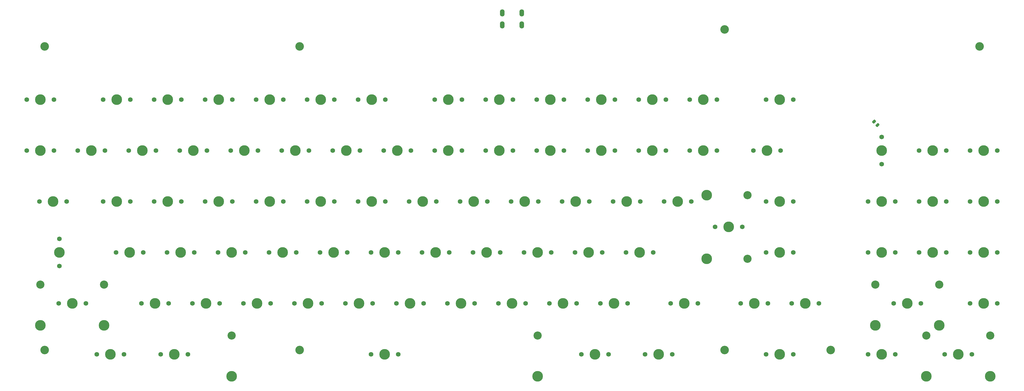
<source format=gts>
%TF.GenerationSoftware,KiCad,Pcbnew,5.1.9*%
%TF.CreationDate,2021-05-19T15:57:04-04:00*%
%TF.ProjectId,EKS-Mk2,454b532d-4d6b-4322-9e6b-696361645f70,2.1*%
%TF.SameCoordinates,Original*%
%TF.FileFunction,Soldermask,Top*%
%TF.FilePolarity,Negative*%
%FSLAX46Y46*%
G04 Gerber Fmt 4.6, Leading zero omitted, Abs format (unit mm)*
G04 Created by KiCad (PCBNEW 5.1.9) date 2021-05-19 15:57:04*
%MOMM*%
%LPD*%
G01*
G04 APERTURE LIST*
%ADD10C,3.200000*%
%ADD11O,1.700000X2.700000*%
%ADD12C,1.750000*%
%ADD13C,3.987800*%
%ADD14C,3.048000*%
G04 APERTURE END LIST*
D10*
%TO.C,8*%
X295275000Y-93662500D03*
%TD*%
D11*
%TO.C,USB1*%
X172562500Y32385000D03*
X179862500Y32385000D03*
X179862500Y27885000D03*
X172562500Y27885000D03*
%TD*%
D10*
%TO.C,6*%
X96837500Y-93662500D03*
%TD*%
%TO.C,4*%
X350837500Y19843750D03*
%TD*%
%TO.C,7*%
X255587500Y-93662500D03*
%TD*%
%TO.C,2*%
X96837500Y19843750D03*
%TD*%
D12*
%TO.C,MX4*%
X7143750Y-52070000D03*
X7143750Y-62230000D03*
D13*
X7143750Y-57150000D03*
%TD*%
D10*
%TO.C,5*%
X1587500Y-93662500D03*
%TD*%
%TO.C,1*%
X1587500Y19843750D03*
%TD*%
%TO.C,3*%
X255587500Y26193750D03*
%TD*%
%TO.C,R6*%
G36*
G01*
X312127621Y-8278722D02*
X311491222Y-8915121D01*
G75*
G02*
X311137672Y-8915121I-176775J176775D01*
G01*
X310766439Y-8543888D01*
G75*
G02*
X310766439Y-8190338I176775J176775D01*
G01*
X311402838Y-7553939D01*
G75*
G02*
X311756388Y-7553939I176775J-176775D01*
G01*
X312127621Y-7925172D01*
G75*
G02*
X312127621Y-8278722I-176775J-176775D01*
G01*
G37*
G36*
G01*
X313418091Y-9569192D02*
X312781692Y-10205591D01*
G75*
G02*
X312428142Y-10205591I-176775J176775D01*
G01*
X312056909Y-9834358D01*
G75*
G02*
X312056909Y-9480808I176775J176775D01*
G01*
X312693308Y-8844409D01*
G75*
G02*
X313046858Y-8844409I176775J-176775D01*
G01*
X313418091Y-9215642D01*
G75*
G02*
X313418091Y-9569192I-176775J-176775D01*
G01*
G37*
%TD*%
D13*
%TO.C,MX90*%
X342900000Y-95250000D03*
D12*
X337820000Y-95250000D03*
X347980000Y-95250000D03*
D14*
X330993750Y-88265000D03*
X354806250Y-88265000D03*
D13*
X330993750Y-103505000D03*
X354806250Y-103505000D03*
%TD*%
%TO.C,MX89*%
X352425000Y-76200000D03*
D12*
X347345000Y-76200000D03*
X357505000Y-76200000D03*
%TD*%
D13*
%TO.C,MX88*%
X352425000Y-57150000D03*
D12*
X347345000Y-57150000D03*
X357505000Y-57150000D03*
%TD*%
D13*
%TO.C,MX87*%
X352425000Y-38100000D03*
D12*
X347345000Y-38100000D03*
X357505000Y-38100000D03*
%TD*%
D13*
%TO.C,MX86*%
X352425000Y-19050000D03*
D12*
X347345000Y-19050000D03*
X357505000Y-19050000D03*
%TD*%
D13*
%TO.C,MX85*%
X333375000Y-57150000D03*
D12*
X328295000Y-57150000D03*
X338455000Y-57150000D03*
%TD*%
D13*
%TO.C,MX84*%
X333375000Y-38100000D03*
D12*
X328295000Y-38100000D03*
X338455000Y-38100000D03*
%TD*%
D13*
%TO.C,MX83*%
X333375000Y-19050000D03*
D12*
X328295000Y-19050000D03*
X338455000Y-19050000D03*
%TD*%
D13*
%TO.C,MX82*%
X314325000Y-95250000D03*
D12*
X309245000Y-95250000D03*
X319405000Y-95250000D03*
%TD*%
D13*
%TO.C,MX81*%
X323850000Y-76200000D03*
D12*
X318770000Y-76200000D03*
X328930000Y-76200000D03*
D14*
X311943750Y-69215000D03*
X335756250Y-69215000D03*
D13*
X311943750Y-84455000D03*
X335756250Y-84455000D03*
%TD*%
%TO.C,MX80*%
X314325000Y-57150000D03*
D12*
X309245000Y-57150000D03*
X319405000Y-57150000D03*
%TD*%
D13*
%TO.C,MX79*%
X314325000Y-38100000D03*
D12*
X309245000Y-38100000D03*
X319405000Y-38100000D03*
%TD*%
%TO.C,MX78*%
X314325000Y-13970000D03*
X314325000Y-24130000D03*
D13*
X314325000Y-19050000D03*
%TD*%
%TO.C,MX77*%
X276225000Y-95250000D03*
D12*
X271145000Y-95250000D03*
X281305000Y-95250000D03*
%TD*%
D13*
%TO.C,MX76*%
X285750000Y-76200000D03*
D12*
X280670000Y-76200000D03*
X290830000Y-76200000D03*
%TD*%
D13*
%TO.C,MX75*%
X266700000Y-76200000D03*
D12*
X261620000Y-76200000D03*
X271780000Y-76200000D03*
%TD*%
D13*
%TO.C,MX74*%
X276225000Y-57150000D03*
D12*
X271145000Y-57150000D03*
X281305000Y-57150000D03*
%TD*%
D13*
%TO.C,MX73*%
X276225000Y-38100000D03*
D12*
X271145000Y-38100000D03*
X281305000Y-38100000D03*
%TD*%
D13*
%TO.C,MX72*%
X230981250Y-95250000D03*
D12*
X225901250Y-95250000D03*
X236061250Y-95250000D03*
%TD*%
D13*
%TO.C,MX71*%
X240506250Y-76200000D03*
D12*
X235426250Y-76200000D03*
X245586250Y-76200000D03*
%TD*%
D13*
%TO.C,MX70*%
X248920000Y-59531250D03*
X248920000Y-35718750D03*
D14*
X264160000Y-59531250D03*
X264160000Y-35718750D03*
D12*
X262255000Y-47625000D03*
X252095000Y-47625000D03*
D13*
X257175000Y-47625000D03*
%TD*%
%TO.C,MX69*%
X271462500Y-19050000D03*
D12*
X266382500Y-19050000D03*
X276542500Y-19050000D03*
%TD*%
D13*
%TO.C,MX68*%
X276225000Y0D03*
D12*
X271145000Y0D03*
X281305000Y0D03*
%TD*%
D13*
%TO.C,MX67*%
X207168750Y-95250000D03*
D12*
X202088750Y-95250000D03*
X212248750Y-95250000D03*
%TD*%
D13*
%TO.C,MX66*%
X214312500Y-76200000D03*
D12*
X209232500Y-76200000D03*
X219392500Y-76200000D03*
%TD*%
D13*
%TO.C,MX65*%
X223837500Y-57150000D03*
D12*
X218757500Y-57150000D03*
X228917500Y-57150000D03*
%TD*%
D13*
%TO.C,MX64*%
X238125000Y-38100000D03*
D12*
X233045000Y-38100000D03*
X243205000Y-38100000D03*
%TD*%
D13*
%TO.C,MX63*%
X247650000Y-19050000D03*
D12*
X242570000Y-19050000D03*
X252730000Y-19050000D03*
%TD*%
D13*
%TO.C,MX62*%
X247650000Y0D03*
D12*
X242570000Y0D03*
X252730000Y0D03*
%TD*%
D13*
%TO.C,MX61*%
X195262500Y-76200000D03*
D12*
X190182500Y-76200000D03*
X200342500Y-76200000D03*
%TD*%
D13*
%TO.C,MX60*%
X204787500Y-57150000D03*
D12*
X199707500Y-57150000D03*
X209867500Y-57150000D03*
%TD*%
D13*
%TO.C,MX59*%
X219075000Y-38100000D03*
D12*
X213995000Y-38100000D03*
X224155000Y-38100000D03*
%TD*%
D13*
%TO.C,MX58*%
X228600000Y-19050000D03*
D12*
X223520000Y-19050000D03*
X233680000Y-19050000D03*
%TD*%
D13*
%TO.C,MX57*%
X228600000Y0D03*
D12*
X223520000Y0D03*
X233680000Y0D03*
%TD*%
D13*
%TO.C,MX56*%
X176212500Y-76200000D03*
D12*
X171132500Y-76200000D03*
X181292500Y-76200000D03*
%TD*%
D13*
%TO.C,MX55*%
X185737500Y-57150000D03*
D12*
X180657500Y-57150000D03*
X190817500Y-57150000D03*
%TD*%
D13*
%TO.C,MX54*%
X200025000Y-38100000D03*
D12*
X194945000Y-38100000D03*
X205105000Y-38100000D03*
%TD*%
D13*
%TO.C,MX53*%
X209550000Y-19050000D03*
D12*
X204470000Y-19050000D03*
X214630000Y-19050000D03*
%TD*%
D13*
%TO.C,MX52*%
X209550000Y0D03*
D12*
X204470000Y0D03*
X214630000Y0D03*
%TD*%
D13*
%TO.C,MX51*%
X157162500Y-76200000D03*
D12*
X152082500Y-76200000D03*
X162242500Y-76200000D03*
%TD*%
D13*
%TO.C,MX50*%
X166687500Y-57150000D03*
D12*
X161607500Y-57150000D03*
X171767500Y-57150000D03*
%TD*%
D13*
%TO.C,MX49*%
X180975000Y-38100000D03*
D12*
X175895000Y-38100000D03*
X186055000Y-38100000D03*
%TD*%
D13*
%TO.C,MX48*%
X190500000Y-19050000D03*
D12*
X185420000Y-19050000D03*
X195580000Y-19050000D03*
%TD*%
D13*
%TO.C,MX47*%
X190500000Y0D03*
D12*
X185420000Y0D03*
X195580000Y0D03*
%TD*%
D13*
%TO.C,MX46*%
X161925000Y-38100000D03*
D12*
X156845000Y-38100000D03*
X167005000Y-38100000D03*
%TD*%
D13*
%TO.C,MX45*%
X171450000Y-19050000D03*
D12*
X166370000Y-19050000D03*
X176530000Y-19050000D03*
%TD*%
D13*
%TO.C,MX44*%
X171450000Y0D03*
D12*
X166370000Y0D03*
X176530000Y0D03*
%TD*%
D13*
%TO.C,MX43*%
X152400000Y-19050000D03*
D12*
X147320000Y-19050000D03*
X157480000Y-19050000D03*
%TD*%
D13*
%TO.C,MX42*%
X152400000Y0D03*
D12*
X147320000Y0D03*
X157480000Y0D03*
%TD*%
D13*
%TO.C,MX41*%
X147637500Y-57150000D03*
D12*
X142557500Y-57150000D03*
X152717500Y-57150000D03*
%TD*%
D13*
%TO.C,MX40*%
X142875000Y-38100000D03*
D12*
X137795000Y-38100000D03*
X147955000Y-38100000D03*
%TD*%
D13*
%TO.C,MX39*%
X133350000Y-19050000D03*
D12*
X128270000Y-19050000D03*
X138430000Y-19050000D03*
%TD*%
D13*
%TO.C,MX38*%
X123825000Y0D03*
D12*
X118745000Y0D03*
X128905000Y0D03*
%TD*%
D13*
%TO.C,MX37*%
X138112500Y-76200000D03*
D12*
X133032500Y-76200000D03*
X143192500Y-76200000D03*
%TD*%
D13*
%TO.C,MX36*%
X128587500Y-57150000D03*
D12*
X123507500Y-57150000D03*
X133667500Y-57150000D03*
%TD*%
D13*
%TO.C,MX35*%
X123825000Y-38100000D03*
D12*
X118745000Y-38100000D03*
X128905000Y-38100000D03*
%TD*%
D13*
%TO.C,MX34*%
X114300000Y-19050000D03*
D12*
X109220000Y-19050000D03*
X119380000Y-19050000D03*
%TD*%
D13*
%TO.C,MX33*%
X104775000Y0D03*
D12*
X99695000Y0D03*
X109855000Y0D03*
%TD*%
D13*
%TO.C,MX32*%
X128587500Y-95250000D03*
D12*
X123507500Y-95250000D03*
X133667500Y-95250000D03*
D14*
X71437500Y-88265000D03*
X185737500Y-88265000D03*
D13*
X71437500Y-103505000D03*
X185737500Y-103505000D03*
%TD*%
%TO.C,MX31*%
X119062500Y-76200000D03*
D12*
X113982500Y-76200000D03*
X124142500Y-76200000D03*
%TD*%
D13*
%TO.C,MX30*%
X109537500Y-57150000D03*
D12*
X104457500Y-57150000D03*
X114617500Y-57150000D03*
%TD*%
D13*
%TO.C,MX29*%
X104775000Y-38100000D03*
D12*
X99695000Y-38100000D03*
X109855000Y-38100000D03*
%TD*%
D13*
%TO.C,MX28*%
X95250000Y-19050000D03*
D12*
X90170000Y-19050000D03*
X100330000Y-19050000D03*
%TD*%
D13*
%TO.C,MX27*%
X85725000Y0D03*
D12*
X80645000Y0D03*
X90805000Y0D03*
%TD*%
D13*
%TO.C,MX26*%
X100012500Y-76200000D03*
D12*
X94932500Y-76200000D03*
X105092500Y-76200000D03*
%TD*%
D13*
%TO.C,MX25*%
X90487500Y-57150000D03*
D12*
X85407500Y-57150000D03*
X95567500Y-57150000D03*
%TD*%
D13*
%TO.C,MX24*%
X85725000Y-38100000D03*
D12*
X80645000Y-38100000D03*
X90805000Y-38100000D03*
%TD*%
D13*
%TO.C,MX23*%
X76200000Y-19050000D03*
D12*
X71120000Y-19050000D03*
X81280000Y-19050000D03*
%TD*%
D13*
%TO.C,MX22*%
X66675000Y0D03*
D12*
X61595000Y0D03*
X71755000Y0D03*
%TD*%
D13*
%TO.C,MX21*%
X80962500Y-76200000D03*
D12*
X75882500Y-76200000D03*
X86042500Y-76200000D03*
%TD*%
D13*
%TO.C,MX20*%
X71437500Y-57150000D03*
D12*
X66357500Y-57150000D03*
X76517500Y-57150000D03*
%TD*%
D13*
%TO.C,MX19*%
X66675000Y-38100000D03*
D12*
X61595000Y-38100000D03*
X71755000Y-38100000D03*
%TD*%
D13*
%TO.C,MX18*%
X57150000Y-19050000D03*
D12*
X52070000Y-19050000D03*
X62230000Y-19050000D03*
%TD*%
D13*
%TO.C,MX17*%
X47625000Y0D03*
D12*
X42545000Y0D03*
X52705000Y0D03*
%TD*%
D13*
%TO.C,MX16*%
X61912500Y-76200000D03*
D12*
X56832500Y-76200000D03*
X66992500Y-76200000D03*
%TD*%
D13*
%TO.C,MX15*%
X52387500Y-57150000D03*
D12*
X47307500Y-57150000D03*
X57467500Y-57150000D03*
%TD*%
D13*
%TO.C,MX14*%
X47625000Y-38100000D03*
D12*
X42545000Y-38100000D03*
X52705000Y-38100000D03*
%TD*%
D13*
%TO.C,MX13*%
X38100000Y-19050000D03*
D12*
X33020000Y-19050000D03*
X43180000Y-19050000D03*
%TD*%
D13*
%TO.C,MX12*%
X28575000Y0D03*
D12*
X23495000Y0D03*
X33655000Y0D03*
%TD*%
D13*
%TO.C,MX11*%
X50006250Y-95250000D03*
D12*
X44926250Y-95250000D03*
X55086250Y-95250000D03*
%TD*%
D13*
%TO.C,MX10*%
X42862500Y-76200000D03*
D12*
X37782500Y-76200000D03*
X47942500Y-76200000D03*
%TD*%
D13*
%TO.C,MX9*%
X33337500Y-57150000D03*
D12*
X28257500Y-57150000D03*
X38417500Y-57150000D03*
%TD*%
D13*
%TO.C,MX8*%
X28575000Y-38100000D03*
D12*
X23495000Y-38100000D03*
X33655000Y-38100000D03*
%TD*%
D13*
%TO.C,MX7*%
X19050000Y-19050000D03*
D12*
X13970000Y-19050000D03*
X24130000Y-19050000D03*
%TD*%
D13*
%TO.C,MX6*%
X26193750Y-95250000D03*
D12*
X21113750Y-95250000D03*
X31273750Y-95250000D03*
%TD*%
D13*
%TO.C,MX5*%
X11906250Y-76200000D03*
D12*
X6826250Y-76200000D03*
X16986250Y-76200000D03*
D14*
X0Y-69215000D03*
X23812500Y-69215000D03*
D13*
X0Y-84455000D03*
X23812500Y-84455000D03*
%TD*%
%TO.C,MX3*%
X4762500Y-38100000D03*
D12*
X-317500Y-38100000D03*
X9842500Y-38100000D03*
%TD*%
D13*
%TO.C,MX2*%
X0Y-19050000D03*
D12*
X-5080000Y-19050000D03*
X5080000Y-19050000D03*
%TD*%
D13*
%TO.C,MX1*%
X0Y0D03*
D12*
X-5080000Y0D03*
X5080000Y0D03*
%TD*%
M02*

</source>
